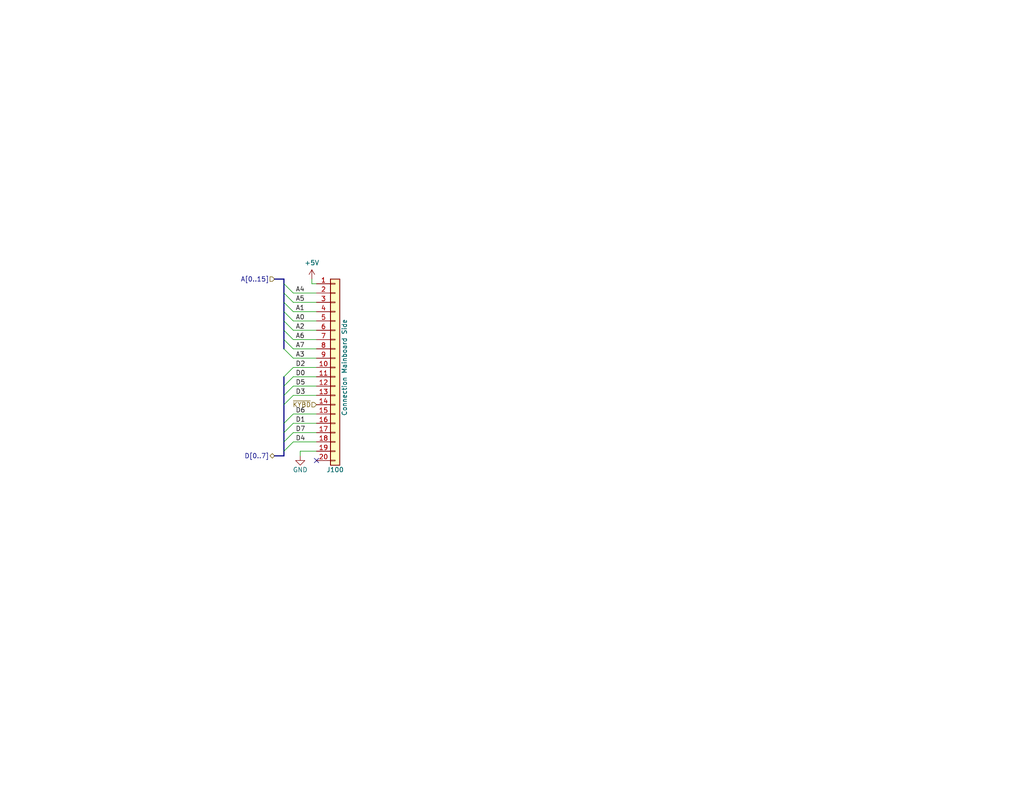
<source format=kicad_sch>
(kicad_sch (version 20231120) (generator "eeschema") (generator_version "8.0")
  (paper "USLetter")
  (title_block (title "TRS-80 Model I Rev G") (date "2024-11-29") (rev "E1C") (company "RetroStack - Marcel Erz") (comment 2 "Keyboard interface circuit") (comment 4 "Keyboard & Interface"))
  (lib_symbols
    (symbol "Connector_Generic:Conn_01x20" (pin_names (offset 1.016) hide)
      (property "Reference" "J" (at 0 25.4 0))
      (property "Value" "Conn_01x20" (at 0 -27.94 0))
      (symbol "Conn_01x20_1_1"
        (rectangle (start -1.27 -25.273) (end 0 -25.527) (stroke (width 0.1524)))
        (rectangle (start -1.27 -22.733) (end 0 -22.987) (stroke (width 0.1524)))
        (rectangle (start -1.27 -20.193) (end 0 -20.447) (stroke (width 0.1524)))
        (rectangle (start -1.27 -17.653) (end 0 -17.907) (stroke (width 0.1524)))
        (rectangle (start -1.27 -15.113) (end 0 -15.367) (stroke (width 0.1524)))
        (rectangle (start -1.27 -12.573) (end 0 -12.827) (stroke (width 0.1524)))
        (rectangle (start -1.27 -10.033) (end 0 -10.287) (stroke (width 0.1524)))
        (rectangle (start -1.27 -7.493) (end 0 -7.747) (stroke (width 0.1524)))
        (rectangle (start -1.27 -4.953) (end 0 -5.207) (stroke (width 0.1524)))
        (rectangle (start -1.27 -2.413) (end 0 -2.667) (stroke (width 0.1524)))
        (rectangle (start -1.27 0.127) (end 0 -0.127) (stroke (width 0.1524)))
        (rectangle (start -1.27 2.667) (end 0 2.413) (stroke (width 0.1524)))
        (rectangle (start -1.27 5.207) (end 0 4.953) (stroke (width 0.1524)))
        (rectangle (start -1.27 7.747) (end 0 7.493) (stroke (width 0.1524)))
        (rectangle (start -1.27 10.287) (end 0 10.033) (stroke (width 0.1524)))
        (rectangle (start -1.27 12.827) (end 0 12.573) (stroke (width 0.1524)))
        (rectangle (start -1.27 15.367) (end 0 15.113) (stroke (width 0.1524)))
        (rectangle (start -1.27 17.907) (end 0 17.653) (stroke (width 0.1524)))
        (rectangle (start -1.27 20.447) (end 0 20.193) (stroke (width 0.1524)))
        (rectangle (start -1.27 22.987) (end 0 22.733) (stroke (width 0.1524)))
        (rectangle (start -1.27 24.13) (end 1.27 -26.67) (stroke (width 0.254)) (fill (type background)))
        (pin passive line (at -5.08 22.86 0) (length 3.81) (name "Pin_1") (number "1"))
        (pin passive line (at -5.08 0 0) (length 3.81) (name "Pin_10") (number "10"))
        (pin passive line (at -5.08 -2.54 0) (length 3.81) (name "Pin_11") (number "11"))
        (pin passive line (at -5.08 -5.08 0) (length 3.81) (name "Pin_12") (number "12"))
        (pin passive line (at -5.08 -7.62 0) (length 3.81) (name "Pin_13") (number "13"))
        (pin passive line (at -5.08 -10.16 0) (length 3.81) (name "Pin_14") (number "14"))
        (pin passive line (at -5.08 -12.7 0) (length 3.81) (name "Pin_15") (number "15"))
        (pin passive line (at -5.08 -15.24 0) (length 3.81) (name "Pin_16") (number "16"))
        (pin passive line (at -5.08 -17.78 0) (length 3.81) (name "Pin_17") (number "17"))
        (pin passive line (at -5.08 -20.32 0) (length 3.81) (name "Pin_18") (number "18"))
        (pin passive line (at -5.08 -22.86 0) (length 3.81) (name "Pin_19") (number "19"))
        (pin passive line (at -5.08 20.32 0) (length 3.81) (name "Pin_2") (number "2"))
        (pin passive line (at -5.08 -25.4 0) (length 3.81) (name "Pin_20") (number "20"))
        (pin passive line (at -5.08 17.78 0) (length 3.81) (name "Pin_3") (number "3"))
        (pin passive line (at -5.08 15.24 0) (length 3.81) (name "Pin_4") (number "4"))
        (pin passive line (at -5.08 12.7 0) (length 3.81) (name "Pin_5") (number "5"))
        (pin passive line (at -5.08 10.16 0) (length 3.81) (name "Pin_6") (number "6"))
        (pin passive line (at -5.08 7.62 0) (length 3.81) (name "Pin_7") (number "7"))
        (pin passive line (at -5.08 5.08 0) (length 3.81) (name "Pin_8") (number "8"))
        (pin passive line (at -5.08 2.54 0) (length 3.81) (name "Pin_9") (number "9"))
      )
    )
    (symbol "power:+5V" (power) (pin_names (offset 0))
      (property "Value" "+5V" (at 0 3.556 0))
      (symbol "+5V_0_1"
        (polyline (pts (xy -0.762 1.27) (xy 0 2.54)))
        (polyline (pts (xy 0 0) (xy 0 2.54)))
        (polyline (pts (xy 0 2.54) (xy 0.762 1.27)))
      )
      (symbol "+5V_1_1"
        (pin power_in line (at 0 0 90) (length 0) hide (name "+5V") (number "1"))
      )
    )
    (symbol "power:GND" (power) (pin_names (offset 0))
      (property "Value" "GND" (at 0 -3.81 0))
      (symbol "GND_0_1"
        (polyline (pts (xy 0 0) (xy 0 -1.27) (xy 1.27 -1.27) (xy 0 -2.54) (xy -1.27 -1.27) (xy 0 -1.27)))
      )
      (symbol "GND_1_1"
        (pin power_in line (at 0 0 270) (length 0) hide (name "GND") (number "1"))
      )
    )
  )
  (no_connect (at 86.36 125.73))
  (bus_entry (at 77.47 120.65) (size 2.54 -2.54))
  (bus_entry (at 77.47 82.55) (size 2.54 2.54))
  (bus_entry (at 77.47 90.17) (size 2.54 2.54))
  (bus_entry (at 77.47 105.41) (size 2.54 -2.54))
  (bus_entry (at 77.47 85.09) (size 2.54 2.54))
  (bus_entry (at 77.47 87.63) (size 2.54 2.54))
  (bus_entry (at 77.47 102.87) (size 2.54 -2.54))
  (bus_entry (at 77.47 115.57) (size 2.54 -2.54))
  (bus_entry (at 77.47 107.95) (size 2.54 -2.54))
  (bus_entry (at 77.47 95.25) (size 2.54 2.54))
  (bus_entry (at 77.47 110.49) (size 2.54 -2.54))
  (bus_entry (at 77.47 123.19) (size 2.54 -2.54))
  (bus_entry (at 77.47 92.71) (size 2.54 2.54))
  (bus_entry (at 77.47 80.01) (size 2.54 2.54))
  (bus_entry (at 77.47 77.47) (size 2.54 2.54))
  (bus_entry (at 77.47 118.11) (size 2.54 -2.54))
  (bus (pts (xy 74.93 124.46) (xy 77.47 124.46)))
  (wire (pts (xy 80.01 85.09) (xy 86.36 85.09)))
  (bus (pts (xy 77.47 82.55) (xy 77.47 80.01)))
  (bus (pts (xy 77.47 118.11) (xy 77.47 120.65)))
  (wire (pts (xy 80.01 97.79) (xy 86.36 97.79)))
  (wire (pts (xy 80.01 113.03) (xy 86.36 113.03)))
  (wire (pts (xy 80.01 82.55) (xy 86.36 82.55)))
  (bus (pts (xy 77.47 80.01) (xy 77.47 77.47)))
  (bus (pts (xy 77.47 87.63) (xy 77.47 85.09)))
  (bus (pts (xy 77.47 85.09) (xy 77.47 82.55)))
  (wire (pts (xy 80.01 105.41) (xy 86.36 105.41)))
  (bus (pts (xy 77.47 107.95) (xy 77.47 110.49)))
  (wire (pts (xy 80.01 100.33) (xy 86.36 100.33)))
  (wire (pts (xy 86.36 123.19) (xy 81.915 123.19)))
  (bus (pts (xy 77.47 120.65) (xy 77.47 123.19)))
  (bus (pts (xy 77.47 102.87) (xy 77.47 105.41)))
  (bus (pts (xy 77.47 123.19) (xy 77.47 124.46)))
  (wire (pts (xy 80.01 118.11) (xy 86.36 118.11)))
  (wire (pts (xy 80.01 115.57) (xy 86.36 115.57)))
  (wire (pts (xy 80.01 92.71) (xy 86.36 92.71)))
  (wire (pts (xy 80.01 120.65) (xy 86.36 120.65)))
  (bus (pts (xy 77.47 95.25) (xy 77.47 92.71)))
  (wire (pts (xy 85.09 77.47) (xy 85.09 76.2)))
  (bus (pts (xy 77.47 90.17) (xy 77.47 87.63)))
  (bus (pts (xy 77.47 115.57) (xy 77.47 118.11)))
  (wire (pts (xy 80.01 102.87) (xy 86.36 102.87)))
  (wire (pts (xy 80.01 95.25) (xy 86.36 95.25)))
  (wire (pts (xy 80.01 107.95) (xy 86.36 107.95)))
  (bus (pts (xy 77.47 92.71) (xy 77.47 90.17)))
  (wire (pts (xy 80.01 87.63) (xy 86.36 87.63)))
  (bus (pts (xy 77.47 77.47) (xy 77.47 76.2)))
  (wire (pts (xy 81.915 123.19) (xy 81.915 124.46)))
  (bus (pts (xy 74.93 76.2) (xy 77.47 76.2)))
  (wire (pts (xy 86.36 77.47) (xy 85.09 77.47)))
  (bus (pts (xy 77.47 110.49) (xy 77.47 115.57)))
  (wire (pts (xy 80.01 80.01) (xy 86.36 80.01)))
  (wire (pts (xy 80.01 90.17) (xy 86.36 90.17)))
  (bus (pts (xy 77.47 105.41) (xy 77.47 107.95)))
  (label "D2" (at 80.645 100.33 0))
  (label "A2" (at 80.645 90.17 0))
  (label "D6" (at 80.645 113.03 0))
  (label "A0" (at 80.645 87.63 0))
  (label "A4" (at 80.645 80.01 0))
  (label "A5" (at 80.645 82.55 0))
  (label "A1" (at 80.645 85.09 0))
  (label "D4" (at 80.645 120.65 0))
  (label "A7" (at 80.645 95.25 0))
  (label "A3" (at 80.645 97.79 0))
  (label "D7" (at 80.645 118.11 0))
  (label "A6" (at 80.645 92.71 0))
  (label "D1" (at 80.645 115.57 0))
  (label "D0" (at 80.645 102.87 0))
  (label "D5" (at 80.645 105.41 0))
  (label "D3" (at 80.645 107.95 0))
  (hierarchical_label "~{KYBD}" (shape input) (at 86.36 110.49 180))
  (hierarchical_label "A[0..15]" (shape input) (at 74.93 76.2 180))
  (hierarchical_label "D[0..7]" (shape bidirectional) (at 74.93 124.46 180))
  (symbol (lib_id "power:+5V") (at 85.09 76.2 0) (unit 1)
    (property "Reference" "#PWR089" (effects (hide yes)))
    (property "Value" "+5V" (at 85.09 71.755 0))
  )
  (symbol (lib_id "power:GND") (at 81.915 124.46 0) (unit 1)
    (property "Reference" "#PWR090" (effects (hide yes)))
    (property "Value" "GND" (at 81.915 128.27 0))
  )
  (symbol (lib_id "Connector_Generic:Conn_01x20") (at 91.44 100.33 0) (unit 1)
    (property "Reference" "J100" (at 91.44 128.27 0))
    (property "Value" "Connection Mainboard Side" (at 93.98 100.33 90))
    (property "Footprint" "RetroStackLibrary:TRS80_Model_I_Keyboard_Connector" (effects (hide yes)))
  )
)
</source>
